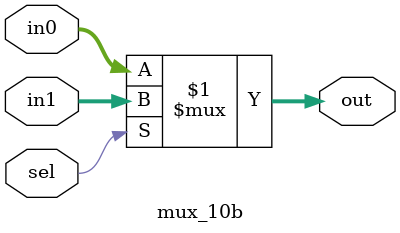
<source format=v>
module mux_10b (in0, in1, sel, out);
	
	input [9:0] in0, in1;
	input sel;
	output [9:0] out;

assign out = (sel) ? in1 : in0;

endmodule

</source>
